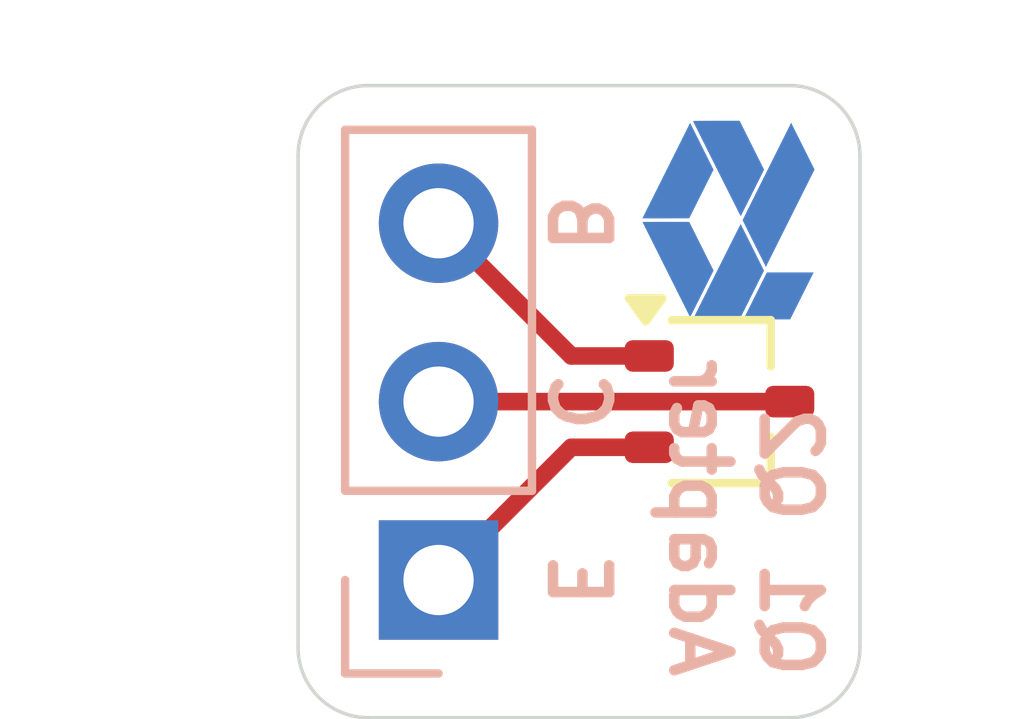
<source format=kicad_pcb>
(kicad_pcb (version 20240108) (generator "pcbnew") (generator_version "8.0")
  (layers (0 "F.Cu" signal) (31 "B.Cu" signal) (34 "B.Paste" user) (35 "F.Paste" user) (36 "B.SilkS" user "B.Silkscreen") (37 "F.SilkS" user "F.Silkscreen") (38 "B.Mask" user) (39 "F.Mask" user) (44 "Edge.Cuts" user))
  (net 0 "")
  (net 1 "Net-(J1-Pin_2)")
  (net 2 "Net-(J1-Pin_1)")
  (net 3 "Net-(J1-Pin_3)")
  (footprint "Package_TO_SOT_SMD:SOT-323_SC-70" (layer "F.Cu") (at 150.3 98.75)
    (property "Reference" "Q1" (hide yes))
    (property "Value" "Q_NPN_BEC")
    (fp_line (start -0.68 -1.16) (end 0.73 -1.16) (stroke (width 0.12)) (layer "F.SilkS"))
    (fp_line (start -0.68 1.16) (end 0.73 1.16) (stroke (width 0.12)) (layer "F.SilkS"))
    (fp_line (start 0.73 -1.16) (end 0.73 -0.5) (stroke (width 0.12)) (layer "F.SilkS"))
    (fp_line (start 0.73 0.5) (end 0.73 1.16) (stroke (width 0.12)) (layer "F.SilkS"))
    (fp_poly (pts (xy -1.05 -1.14) (xy -1.29 -1.47) (xy -0.81 -1.47) (xy -1.05 -1.14)) (stroke (width 0.12)) (fill solid) (layer "F.SilkS"))
    (pad "1" smd roundrect (at -1 -0.65 270) (size 0.45 0.7) (layers "F.Cu" "F.Paste" "F.Mask") (net 3 "Net-(J1-Pin_3)"))
    (pad "2" smd roundrect (at -1 0.65 270) (size 0.45 0.7) (layers "F.Cu" "F.Paste" "F.Mask") (net 2 "Net-(J1-Pin_1)"))
    (pad "3" smd roundrect (at 1 0 270) (size 0.45 0.7) (layers "F.Cu" "F.Paste" "F.Mask") (net 1 "Net-(J1-Pin_2)"))
  )
  (footprint "Custom:KS_Logo" (layer "B.Cu") (at 150.3 96.25 90)
    (property "Reference" "G***" (hide yes))
    (property "Value" "LOGO" (hide yes))
    (fp_poly (pts (xy -0.6604 1.007702) (xy -0.6604 0.674309) (xy -0.992724 0.508164) (xy -1.042218 0.483431) (xy -1.08953 0.459811) (xy -1.134115 0.437576) (xy -1.175426 0.416995) (xy -1.212919 0.398342) (xy -1.246048 0.381885) (xy -1.274268 0.367897) (xy -1.297032 0.356648) (xy -1.313796 0.348409) (xy -1.324014 0.343451) (xy -1.327157 0.342018) (xy -1.327489 0.346145) (xy -1.327804 0.358098) (xy -1.3281 0.377239) (xy -1.328371 0.402928) (xy -1.328614 0.434524) (xy -1.328825 0.471389) (xy -1.328999 0.512882) (xy -1.329134 0.558364) (xy -1.329223 0.607195) (xy -1.329265 0.658736) (xy -1.329267 0.674329) (xy -1.329267 1.006641) (xy -0.994834 1.173868) (xy -0.6604 1.341095)) (fill solid) (layer "B.Cu"))
    (fp_poly (pts (xy 1.135583 -0.251173) (xy 1.469003 -0.41784) (xy 0.790593 -0.757343) (xy 0.719497 -0.792918) (xy 0.650441 -0.827463) (xy 0.583806 -0.860788) (xy 0.519971 -0.892704) (xy 0.459316 -0.923022) (xy 0.402222 -0.95155) (xy 0.349068 -0.9781) (xy 0.300235 -1.002482) (xy 0.256104 -1.024505) (xy 0.217053 -1.043981) (xy 0.183464 -1.060719) (xy 0.155715 -1.07453) (xy 0.134189 -1.085224) (xy 0.119264 -1.09261) (xy 0.111321 -1.0965) (xy 0.110066 -1.097081) (xy 0.109746 -1.092991) (xy 0.109466 -1.081073) (xy 0.109228 -1.061965) (xy 0.109033 -1.036304) (xy 0.108885 -1.004729) (xy 0.108785 -0.967878) (xy 0.108735 -0.926389) (xy 0.108738 -0.8809) (xy 0.108795 -0.832049) (xy 0.108908 -0.780474) (xy 0.108956 -0.76397) (xy 0.109962 -0.430626) (xy 0.456062 -0.257566) (xy 0.802163 -0.084506)) (fill solid) (layer "B.Cu"))
    (fp_poly (pts (xy 1.137702 1.1871) (xy 1.471066 1.020407) (xy 0.779988 0.674862) (xy 0.708173 0.63897) (xy 0.638364 0.60411) (xy 0.57094 0.570472) (xy 0.506279 0.538242) (xy 0.444761 0.507609) (xy 0.386763 0.47876) (xy 0.332666 0.451883) (xy 0.282848 0.427167) (xy 0.237688 0.404799) (xy 0.197565 0.384966) (xy 0.162857 0.367857) (xy 0.133944 0.35366) (xy 0.111204 0.342563) (xy 0.095016 0.334752) (xy 0.085759 0.330417) (xy 0.083613 0.329551) (xy 0.079117 0.331441) (xy 0.067608 0.336861) (xy 0.049642 0.345535) (xy 0.025772 0.357191) (xy -0.003448 0.371556) (xy -0.037465 0.388356) (xy -0.075726 0.407317) (xy -0.117675 0.428167) (xy -0.162761 0.450632) (xy -0.210428 0.474439) (xy -0.251875 0.495181) (xy -0.582067 0.660579) (xy 0.111135 1.007186) (xy 0.804338 1.353792)) (fill solid) (layer "B.Cu"))
    (fp_poly (pts (xy -0.287213 -0.257325) (xy 0.059266 -0.430523) (xy 0.059266 -0.763919) (xy 0.059253 -0.816219) (xy 0.059215 -0.865995) (xy 0.059155 -0.912611) (xy 0.059073 -0.955428) (xy 0.058973 -0.993806) (xy 0.058856 -1.027109) (xy 0.058724 -1.054697) (xy 0.058579 -1.075932) (xy 0.058424 -1.090176) (xy 0.058261 -1.096791) (xy 0.058208 -1.097192) (xy 0.054374 -1.095316) (xy 0.043348 -1.089839) (xy 0.025511 -1.080951) (xy 0.001241 -1.068843) (xy -0.02908 -1.053703) (xy -0.065074 -1.035722) (xy -0.106361 -1.01509) (xy -0.152561 -0.991996) (xy -0.203295 -0.96663) (xy -0.258183 -0.939182) (xy -0.316845 -0.909841) (xy -0.378902 -0.878798) (xy -0.443973 -0.846242) (xy -0.51168 -0.812364) (xy -0.581642 -0.777352) (xy -0.620184 -0.758062) (xy -0.691208 -0.722512) (xy -0.760181 -0.687984) (xy -0.826723 -0.654669) (xy -0.890455 -0.622757) (xy -0.950995 -0.592439) (xy -1.007966 -0.563903) (xy -1.060987 -0.537342) (xy -1.109678 -0.512945) (xy -1.153659 -0.490902) (xy -1.192552 -0.471404) (xy -1.225976 -0.45464) (xy -1.253552 -0.440802) (xy -1.2749 -0.430079) (xy -1.289639 -0.422661) (xy -1.297392 -0.41874) (xy -1.298539 -0.418143) (xy -1.294996 -0.416159) (xy -1.284417 -0.410665) (xy -1.26734 -0.401932) (xy -1.244304 -0.390232) (xy -1.215847 -0.375837) (xy -1.182509 -0.359019) (xy -1.144828 -0.340048) (xy -1.103342 -0.319198) (xy -1.05859 -0.29674) (xy -1.01111 -0.272945) (xy -0.966626 -0.250679) (xy -0.633692 -0.084127)) (fill solid) (layer "B.Cu"))
    (fp_poly (pts (xy 1.150505 0.461032) (xy 1.498599 0.286974) (xy 1.498599 -0.045336) (xy 1.498559 -0.097546) (xy 1.498445 -0.147229) (xy 1.498262 -0.193747) (xy 1.498017 -0.23646) (xy 1.497715 -0.27473) (xy 1.497363 -0.307917) (xy 1.496967 -0.335383) (xy 1.496532 -0.356488) (xy 1.496066 -0.370593) (xy 1.495573 -0.377059) (xy 1.495424 -0.377414) (xy 1.491365 -0.375525) (xy 1.480117 -0.370034) (xy 1.462062 -0.361132) (xy 1.437582 -0.349008) (xy 1.407057 -0.333854) (xy 1.37087 -0.315858) (xy 1.329402 -0.295212) (xy 1.283033 -0.272104) (xy 1.232147 -0.246727) (xy 1.177124 -0.219268) (xy 1.118345 -0.18992) (xy 1.056193 -0.158871) (xy 0.991049 -0.126313) (xy 0.923293 -0.092434) (xy 0.853309 -0.057426) (xy 0.815974 -0.038745) (xy 0.745014 -0.003222) (xy 0.676117 0.031289) (xy 0.609662 0.0646) (xy 0.546028 0.096518) (xy 0.485594 0.126852) (xy 0.42874 0.155411) (xy 0.375845 0.182006) (xy 0.327289 0.206444) (xy 0.283451 0.228535) (xy 0.24471 0.248088) (xy 0.211446 0.264911) (xy 0.184037 0.278814) (xy 0.162865 0.289605) (xy 0.148306 0.297095) (xy 0.140742 0.30109) (xy 0.139699 0.301726) (xy 0.143397 0.303878) (xy 0.15413 0.309534) (xy 0.171355 0.318419) (xy 0.19453 0.330258) (xy 0.223113 0.344777) (xy 0.256562 0.361701) (xy 0.294333 0.380757) (xy 0.335885 0.401668) (xy 0.380675 0.424162) (xy 0.428162 0.447964) (xy 0.471055 0.469426) (xy 0.802411 0.635089)) (fill solid) (layer "B.Cu"))
    (fp_poly (pts (xy -0.303712 0.468572) (xy -0.254306 0.443865) (xy -0.207094 0.420243) (xy -0.162624 0.397978) (xy -0.121441 0.377344) (xy -0.084089 0.358615) (xy -0.051115 0.342065) (xy -0.023063 0.327967) (xy -0.00048 0.316596) (xy 0.016088 0.308225) (xy 0.026098 0.303128) (xy 0.029043 0.301572) (xy 0.025469 0.299594) (xy 0.014781 0.294064) (xy -0.002559 0.285215) (xy -0.02609 0.273278) (xy -0.05535 0.258483) (xy -0.089878 0.241062) (xy -0.129211 0.221245) (xy -0.17289 0.199264) (xy -0.220451 0.175351) (xy -0.271434 0.149735) (xy -0.325378 0.12265) (xy -0.38182 0.094324) (xy -0.440299 0.06499) (xy -0.500354 0.034879) (xy -0.561523 0.004221) (xy -0.623345 -0.026752) (xy -0.685359 -0.057809) (xy -0.747102 -0.088718) (xy -0.808114 -0.11925) (xy -0.867932 -0.149172) (xy -0.926096 -0.178253) (xy -0.982143 -0.206263) (xy -1.035613 -0.23297) (xy -1.086044 -0.258143) (xy -1.132975 -0.281551) (xy -1.175943 -0.302962) (xy -1.214488 -0.322147) (xy -1.248148 -0.338873) (xy -1.276461 -0.35291) (xy -1.298966 -0.364026) (xy -1.315202 -0.37199) (xy -1.324707 -0.376571) (xy -1.327145 -0.377648) (xy -1.327478 -0.373521) (xy -1.327796 -0.361567) (xy -1.328093 -0.342426) (xy -1.328366 -0.316738) (xy -1.32861 -0.285141) (xy -1.328822 -0.248277) (xy -1.328998 -0.206784) (xy -1.329133 -0.161302) (xy -1.329223 -0.11247) (xy -1.329265 -0.06093) (xy -1.329267 -0.045336) (xy -1.329267 0.286974) (xy -0.982104 0.460566) (xy -0.634941 0.634158)) (fill solid) (layer "B.Cu"))
  )
  (footprint "Connector_PinHeader_2.54mm:PinHeader_1x03_P2.54mm_Vertical" (layer "B.Cu") (at 146.3 101.29)
    (property "Reference" "J1" (hide yes))
    (property "Value" "Conn_01x03_Pin")
    (fp_line (start -1.33 -6.41) (end -1.33 -1.27) (stroke (width 0.12)) (layer "B.SilkS"))
    (fp_line (start -1.33 1.33) (end -1.33 0) (stroke (width 0.12)) (layer "B.SilkS"))
    (fp_line (start 0 1.33) (end -1.33 1.33) (stroke (width 0.12)) (layer "B.SilkS"))
    (fp_line (start 1.33 -6.41) (end -1.33 -6.41) (stroke (width 0.12)) (layer "B.SilkS"))
    (fp_line (start 1.33 -6.41) (end 1.33 -1.27) (stroke (width 0.12)) (layer "B.SilkS"))
    (fp_line (start 1.33 -1.27) (end -1.33 -1.27) (stroke (width 0.12)) (layer "B.SilkS"))
    (pad "1" thru_hole rect (at 0 0) (size 1.7 1.7) (drill 1) (layers "*.Cu" "*.Mask") (net 2 "Net-(J1-Pin_1)"))
    (pad "2" thru_hole oval (at 0 -2.54) (size 1.7 1.7) (drill 1) (layers "*.Cu" "*.Mask") (net 1 "Net-(J1-Pin_2)"))
    (pad "3" thru_hole oval (at 0 -5.08) (size 1.7 1.7) (drill 1) (layers "*.Cu" "*.Mask") (net 3 "Net-(J1-Pin_3)"))
  )
  (gr_arc (start 152.3 102.25) (mid 152.007107 102.957107) (end 151.3 103.25) (stroke (width 0.05)) (layer "Edge.Cuts"))
  (gr_line (start 151.3 94.25) (end 145.3 94.25) (stroke (width 0.05)) (layer "Edge.Cuts"))
  (gr_line (start 152.3 102.25) (end 152.3 95.25) (stroke (width 0.05)) (layer "Edge.Cuts"))
  (gr_arc (start 144.3 95.25) (mid 144.592893 94.542893) (end 145.3 94.25) (stroke (width 0.05)) (layer "Edge.Cuts"))
  (gr_line (start 145.3 103.25) (end 151.3 103.25) (stroke (width 0.05)) (layer "Edge.Cuts"))
  (gr_line (start 144.3 95.25) (end 144.3 102.25) (stroke (width 0.05)) (layer "Edge.Cuts"))
  (gr_arc (start 145.3 103.25) (mid 144.592893 102.957107) (end 144.3 102.25) (stroke (width 0.05)) (layer "Edge.Cuts"))
  (gr_arc (start 151.3 94.25) (mid 152.007107 94.542893) (end 152.3 95.25) (stroke (width 0.05)) (layer "Edge.Cuts"))
  (gr_text "B" (at 147.824 96.21 -90) (layer "B.SilkS") (effects (font (size 0.8 0.8) (thickness 0.15) (bold yes)) (justify bottom mirror)))
  (gr_text "E" (at 147.824 101.29 -90) (layer "B.SilkS") (effects (font (size 0.8 0.8) (thickness 0.15) (bold yes)) (justify bottom mirror)))
  (gr_text "Q1 Q2\nAdapter" (at 149.55 102.75 -90) (layer "B.SilkS") (effects (font (size 0.8 0.8) (thickness 0.15) (bold yes)) (justify left bottom mirror)))
  (gr_text "C" (at 147.824 98.75 -90) (layer "B.SilkS") (effects (font (size 0.8 0.8) (thickness 0.15) (bold yes)) (justify bottom mirror)))
  (segment (start 146.3225 98.7875) (end 146.3 98.765) (width 0.25) (layer "F.Cu") (net 1))
  (segment (start 151.3 98.75) (end 146.3 98.75) (width 0.25) (layer "F.Cu") (net 1))
  (segment (start 148.19 99.4) (end 146.3 101.29) (width 0.25) (layer "F.Cu") (net 2))
  (segment (start 149.3 99.4) (end 148.19 99.4) (width 0.25) (layer "F.Cu") (net 2))
  (segment (start 149.3 98.1) (end 148.19 98.1) (width 0.25) (layer "F.Cu") (net 3))
  (segment (start 148.19 98.1) (end 146.3 96.21) (width 0.25) (layer "F.Cu") (net 3))
)
</source>
